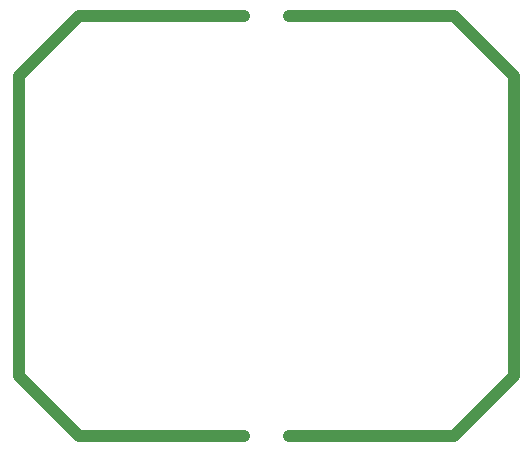
<source format=gbr>
G04 #@! TF.FileFunction,Profile,NP*
%FSLAX46Y46*%
G04 Gerber Fmt 4.6, Leading zero omitted, Abs format (unit mm)*
G04 Created by KiCad (PCBNEW 4.0.7) date Thu May 24 13:30:27 2018*
%MOMM*%
%LPD*%
G01*
G04 APERTURE LIST*
%ADD10C,0.100000*%
%ADD11C,1.000000*%
G04 APERTURE END LIST*
D10*
D11*
X39370000Y-11430000D02*
X25400000Y-11430000D01*
X57150000Y-11430000D02*
X43180000Y-11430000D01*
X57150000Y-46990000D02*
X43180000Y-46990000D01*
X25400000Y-46990000D02*
X39370000Y-46990000D01*
X20320000Y-41910000D02*
X25400000Y-46990000D01*
X20320000Y-16510000D02*
X20320000Y-41910000D01*
X25400000Y-11430000D02*
X20320000Y-16510000D01*
X62230000Y-16510000D02*
X57150000Y-11430000D01*
X62230000Y-41910000D02*
X62230000Y-16510000D01*
X57150000Y-46990000D02*
X62230000Y-41910000D01*
M02*

</source>
